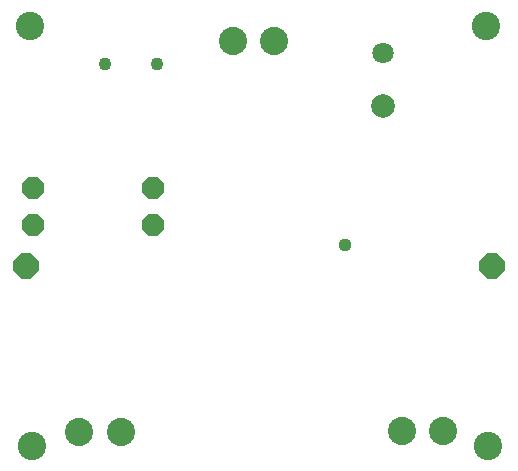
<source format=gbr>
G04 EAGLE Gerber RS-274X export*
G75*
%MOMM*%
%FSLAX34Y34*%
%LPD*%
%INSoldermask Bottom*%
%IPPOS*%
%AMOC8*
5,1,8,0,0,1.08239X$1,22.5*%
G01*
%ADD10C,2.403200*%
%ADD11C,1.103200*%
%ADD12C,2.387600*%
%ADD13C,1.803200*%
%ADD14C,2.003200*%
%ADD15P,2.034460X8X22.500000*%
%ADD16P,2.309387X8X22.500000*%
%ADD17C,1.109600*%


D10*
X25400Y25400D03*
X411480Y25400D03*
X24130Y381000D03*
X410210Y381000D03*
D11*
X131220Y348140D03*
X87220Y348140D03*
D12*
X373600Y38100D03*
X338600Y38100D03*
X100550Y36830D03*
X65550Y36830D03*
X195360Y368300D03*
X230360Y368300D03*
D13*
X322580Y358140D03*
D14*
X322580Y313140D03*
D15*
X26670Y243840D03*
X128270Y243840D03*
X26670Y212090D03*
X128270Y212090D03*
D16*
X20320Y177800D03*
X415290Y177800D03*
D17*
X290830Y195580D03*
M02*

</source>
